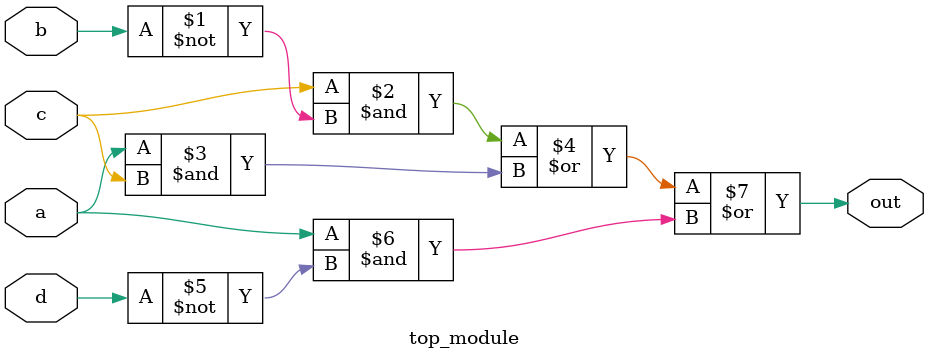
<source format=sv>
module top_module(
    input a,
    input b,
    input c,
    input d,
    output out  ); 
assign out = c&~b|a&c|a&~d;
endmodule

</source>
